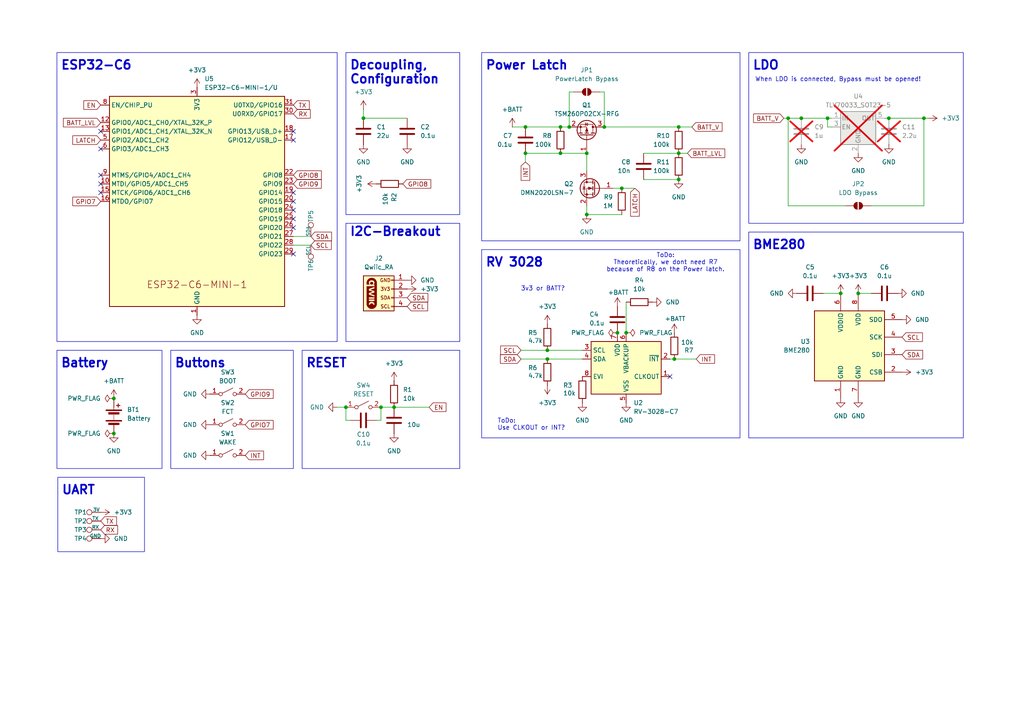
<source format=kicad_sch>
(kicad_sch (version 20250114) (generator "eeschema") (generator_version "9.0")
  (paper "A4")
  (lib_symbols
    (symbol "Connector:TestPoint" (pin_numbers (hide yes)) (pin_names (offset 0.762) (hide yes))
      (property "Reference" "TP" (at 0 6.858 0))
      (property "Value" "TestPoint" (at 0 5.08 0))
      (symbol "TestPoint_1_1"
        (pin passive line (at 0 0 90) (length 2.54) (name "1") (number "1"))
      )
    )
    (symbol "Device:Battery" (pin_numbers (hide yes)) (pin_names (offset 0) (hide yes))
      (property "Reference" "BT" (at 2.54 2.54 0))
      (property "Value" "Battery" (at 2.54 0 0))
      (symbol "Battery_1_1"
        (pin passive line (at 0 5.08 270) (length 2.54) (name "+") (number "1"))
        (pin passive line (at 0 -5.08 90) (length 2.54) (name "-") (number "2"))
      )
    )
    (symbol "Device:C" (pin_numbers (hide yes)) (pin_names (offset 0.254))
      (property "Reference" "C" (at 0.635 2.54 0))
      (property "Value" "C" (at 0.635 -2.54 0))
      (symbol "C_1_1"
        (pin passive line (at 0 3.81 270) (length 2.794) (name "~") (number "1"))
        (pin passive line (at 0 -3.81 90) (length 2.794) (name "~") (number "2"))
      )
    )
    (symbol "Device:R" (pin_numbers (hide yes)) (pin_names (offset 0))
      (property "Reference" "R" (at 2.032 0 90))
      (property "Value" "R" (at 0 0 90))
      (symbol "R_1_1"
        (pin passive line (at 0 3.81 270) (length 1.27) (name "~") (number "1"))
        (pin passive line (at 0 -3.81 90) (length 1.27) (name "~") (number "2"))
      )
    )
    (symbol "Jumper:SolderJumper_2_Open" (pin_numbers (hide yes)) (pin_names (offset 0) (hide yes)) (in_bom no)
      (property "Reference" "JP" (at 0 2.032 0))
      (property "Value" "SolderJumper_2_Open" (at 0 -2.54 0))
      (symbol "SolderJumper_2_Open_1_1"
        (pin passive line (at -3.81 0 0) (length 2.54) (name "A") (number "1"))
        (pin passive line (at 3.81 0 180) (length 2.54) (name "B") (number "2"))
      )
    )
    (symbol "OpenESPTemp:DMN2020LSN-7" (pin_names (offset 0) (hide yes))
      (property "Reference" "Q" (at 5.08 1.905 0))
      (property "Value" "DMN2020LSN-7" (at 5.08 0 0))
      (symbol "DMN2020LSN-7_1_1"
        (pin input line (at -5.08 0 0) (length 2.54) (name "G") (number "1"))
        (pin passive line (at 2.54 5.08 270) (length 2.54) (name "D") (number "3"))
        (pin passive line (at 2.54 -5.08 90) (length 2.54) (name "S") (number "2"))
      )
    )
    (symbol "OpenESPTemp:TSM260P02CX-RFG" (pin_names (hide yes))
      (property "Reference" "Q" (at 5.08 1.905 0))
      (property "Value" "TSM260P02CX-RFG" (at 5.08 0 0))
      (symbol "TSM260P02CX-RFG_1_1"
        (pin input line (at -5.08 0 0) (length 2.54) (name "G") (number "1"))
        (pin passive line (at 2.54 5.08 270) (length 2.54) (name "D") (number "3"))
        (pin passive line (at 2.54 -5.08 90) (length 2.54) (name "S") (number "2"))
      )
    )
    (symbol "PCM_Espressif:ESP32-C6-MINI-1/U"
      (property "Reference" "U" (at -25.4 35.56 0))
      (property "Value" "ESP32-C6-MINI-1/U" (at -25.4 33.02 0))
      (symbol "ESP32-C6-MINI-1/U_0_0"
        (text "ESP32-C6-MINI-1" (at 0 -24.13 0) (effects (font (size 2 2))))
      )
      (symbol "ESP32-C6-MINI-1/U_1_1"
        (pin input line (at -27.94 27.94 0) (length 2.54) (name "EN/CHIP_PU") (number "8"))
        (pin bidirectional line (at -27.94 22.86 0) (length 2.54) (name "GPIO0/ADC1_CH0/XTAL_32K_P") (number "12"))
        (pin bidirectional line (at -27.94 20.32 0) (length 2.54) (name "GPIO1/ADC1_CH1/XTAL_32K_N") (number "13"))
        (pin bidirectional line (at -27.94 17.78 0) (length 2.54) (name "GPIO2/ADC1_CH2") (number "5"))
        (pin bidirectional line (at -27.94 15.24 0) (length 2.54) (name "GPIO3/ADC1_CH3") (number "6"))
        (pin bidirectional line (at -27.94 7.62 0) (length 2.54) (name "MTMS/GPIO4/ADC1_CH4") (number "9"))
        (pin bidirectional line (at -27.94 5.08 0) (length 2.54) (name "MTDI/GPIO5/ADC1_CH5") (number "10"))
        (pin bidirectional line (at -27.94 2.54 0) (length 2.54) (name "MTCK/GPIO6/ADC1_CH6") (number "15"))
        (pin bidirectional line (at -27.94 0 0) (length 2.54) (name "MTDO/GPIO7") (number "16"))
        (pin no_connect line (at -25.4 -5.08 0) (length 2.54) (hide yes) (name "NC") (number "4"))
        (pin no_connect line (at -25.4 -7.62 0) (length 2.54) (hide yes) (name "NC") (number "7"))
        (pin no_connect line (at -25.4 -10.16 0) (length 2.54) (hide yes) (name "NC") (number "21"))
        (pin no_connect line (at -25.4 -12.7 0) (length 2.54) (hide yes) (name "NC") (number "32"))
        (pin no_connect line (at -25.4 -15.24 0) (length 2.54) (hide yes) (name "NC") (number "33"))
        (pin no_connect line (at -25.4 -17.78 0) (length 2.54) (hide yes) (name "NC") (number "34"))
        (pin no_connect line (at -25.4 -20.32 0) (length 2.54) (hide yes) (name "NC") (number "35"))
        (pin power_in line (at 0 33.02 270) (length 2.54) (name "3V3") (number "3"))
        (pin power_in line (at 0 -33.02 90) (length 2.54) (name "GND") (number "1"))
        (pin passive line (at 0 -33.02 90) (length 2.54) (hide yes) (name "GND") (number "11"))
        (pin passive line (at 0 -33.02 90) (length 2.54) (hide yes) (name "GND") (number "14"))
        (pin passive line (at 0 -33.02 90) (length 2.54) (hide yes) (name "GND") (number "2"))
        (pin passive line (at 0 -33.02 90) (length 2.54) (hide yes) (name "GND") (number "36"))
        (pin passive line (at 0 -33.02 90) (length 2.54) (hide yes) (name "GND") (number "37"))
        (pin passive line (at 0 -33.02 90) (length 2.54) (hide yes) (name "GND") (number "38"))
        (pin passive line (at 0 -33.02 90) (length 2.54) (hide yes) (name "GND") (number "39"))
        (pin passive line (at 0 -33.02 90) (length 2.54) (hide yes) (name "GND") (number "40"))
        (pin passive line (at 0 -33.02 90) (length 2.54) (hide yes) (name "GND") (number "41"))
        (pin passive line (at 0 -33.02 90) (length 2.54) (hide yes) (name "GND") (number "42"))
        (pin passive line (at 0 -33.02 90) (length 2.54) (hide yes) (name "GND") (number "43"))
        (pin passive line (at 0 -33.02 90) (length 2.54) (hide yes) (name "GND") (number "44"))
        (pin passive line (at 0 -33.02 90) (length 2.54) (hide yes) (name "GND") (number "45"))
        (pin passive line (at 0 -33.02 90) (length 2.54) (hide yes) (name "GND") (number "46"))
        (pin passive line (at 0 -33.02 90) (length 2.54) (hide yes) (name "GND") (number "47"))
        (pin passive line (at 0 -33.02 90) (length 2.54) (hide yes) (name "GND") (number "48"))
        (pin passive line (at 0 -33.02 90) (length 2.54) (hide yes) (name "GND") (number "49"))
        (pin passive line (at 0 -33.02 90) (length 2.54) (hide yes) (name "GND") (number "50"))
        (pin passive line (at 0 -33.02 90) (length 2.54) (hide yes) (name "GND") (number "51"))
        (pin passive line (at 0 -33.02 90) (length 2.54) (hide yes) (name "GND") (number "52"))
        (pin passive line (at 0 -33.02 90) (length 2.54) (hide yes) (name "GND") (number "53"))
        (pin bidirectional line (at 27.94 27.94 180) (length 2.54) (name "U0TXD/GPIO16") (number "31"))
        (pin bidirectional line (at 27.94 25.4 180) (length 2.54) (name "U0RXD/GPIO17") (number "30"))
        (pin bidirectional line (at 27.94 20.32 180) (length 2.54) (name "GPIO13/USB_D+") (number "18"))
        (pin bidirectional line (at 27.94 17.78 180) (length 2.54) (name "GPIO12/USB_D-") (number "17"))
        (pin bidirectional line (at 27.94 7.62 180) (length 2.54) (name "GPIO8") (number "22"))
        (pin bidirectional line (at 27.94 5.08 180) (length 2.54) (name "GPIO9") (number "23"))
        (pin bidirectional line (at 27.94 2.54 180) (length 2.54) (name "GPIO14") (number "19"))
        (pin bidirectional line (at 27.94 0 180) (length 2.54) (name "GPIO15") (number "20"))
        (pin bidirectional line (at 27.94 -2.54 180) (length 2.54) (name "GPIO18") (number "24"))
        (pin bidirectional line (at 27.94 -5.08 180) (length 2.54) (name "GPIO19") (number "25"))
        (pin bidirectional line (at 27.94 -7.62 180) (length 2.54) (name "GPIO20") (number "26"))
        (pin bidirectional line (at 27.94 -10.16 180) (length 2.54) (name "GPIO21") (number "27"))
        (pin bidirectional line (at 27.94 -12.7 180) (length 2.54) (name "GPIO22") (number "28"))
        (pin bidirectional line (at 27.94 -15.24 180) (length 2.54) (name "GPIO23") (number "29"))
      )
    )
    (symbol "QWIIC:Qwiic_Horizontal" (pin_names (offset 1.016) (hide yes))
      (property "Reference" "J" (at 0 5.08 0))
      (property "Value" "Qwiic_RA" (at 0 -7.62 0))
      (symbol "Qwiic_Horizontal_1_1"
        (text "SCL" (at 1.27 2.54 0) (effects (font (size 1 1))))
        (text "SDA" (at 1.27 0 0) (effects (font (size 1 1))))
        (text "3V3" (at 1.27 -2.54 0) (effects (font (size 1 1))))
        (text "GND" (at 1.27 -5.08 0) (effects (font (size 1 1))))
        (pin passive line (at -5.08 2.54 0) (length 3.81) (name "Pin_4") (number "4"))
        (pin passive line (at -5.08 0 0) (length 3.81) (name "Pin_3") (number "3"))
        (pin passive line (at -5.08 -2.54 0) (length 3.81) (name "Pin_2") (number "2"))
        (pin passive line (at -5.08 -5.08 0) (length 3.81) (name "Pin_1") (number "1"))
        (pin no_connect line (at 5.08 3.81 270) (length 2.54) (hide yes) (name "NC") (number "NC1"))
        (pin no_connect line (at 6.35 3.81 270) (length 2.54) (hide yes) (name "NC") (number "NC2"))
      )
    )
    (symbol "Regulator_Linear:TLV70033_SOT23-5" (pin_names (offset 0.254))
      (property "Reference" "U" (at -3.81 5.715 0))
      (property "Value" "TLV70033_SOT23-5" (at 0 5.715 0))
      (symbol "TLV70033_SOT23-5_1_1"
        (pin power_in line (at -7.62 2.54 0) (length 2.54) (name "IN") (number "1"))
        (pin input line (at -7.62 0 0) (length 2.54) (name "EN") (number "3"))
        (pin power_in line (at 0 -7.62 90) (length 2.54) (name "GND") (number "2"))
        (pin no_connect line (at 5.08 0 180) (length 2.54) (hide yes) (name "NC") (number "4"))
        (pin power_out line (at 7.62 2.54 180) (length 2.54) (name "OUT") (number "5"))
      )
    )
    (symbol "Sensor:BME280"
      (property "Reference" "U" (at -8.89 11.43 0))
      (property "Value" "BME280" (at 7.62 11.43 0))
      (symbol "BME280_1_1"
        (pin power_in line (at -2.54 15.24 270) (length 5.08) (name "VDDIO") (number "6"))
        (pin power_in line (at -2.54 -15.24 90) (length 5.08) (name "GND") (number "1"))
        (pin power_in line (at 2.54 15.24 270) (length 5.08) (name "VDD") (number "8"))
        (pin power_in line (at 2.54 -15.24 90) (length 5.08) (name "GND") (number "7"))
        (pin bidirectional line (at 15.24 7.62 180) (length 5.08) (name "SDO") (number "5"))
        (pin input line (at 15.24 2.54 180) (length 5.08) (name "SCK") (number "4"))
        (pin bidirectional line (at 15.24 -2.54 180) (length 5.08) (name "SDI") (number "3"))
        (pin input line (at 15.24 -7.62 180) (length 5.08) (name "CSB") (number "2"))
      )
    )
    (symbol "Switch:SW_SPST" (pin_names (offset 0) (hide yes))
      (property "Reference" "SW" (at 0 3.175 0))
      (property "Value" "SW_SPST" (at 0 -2.54 0))
      (symbol "SW_SPST_1_1"
        (pin passive line (at -5.08 0 0) (length 2.54) (name "A") (number "1"))
        (pin passive line (at 5.08 0 180) (length 2.54) (name "B") (number "2"))
      )
    )
    (symbol "Timer_RTC:RV-3028-C7"
      (property "Reference" "U" (at -8.89 8.89 0))
      (property "Value" "RV-3028-C7" (at 7.62 8.89 0))
      (symbol "RV-3028-C7_1_1"
        (pin input line (at -12.7 5.08 0) (length 2.54) (name "SCL") (number "3"))
        (pin bidirectional line (at -12.7 2.54 0) (length 2.54) (name "SDA") (number "4"))
        (pin input line (at -12.7 -2.54 0) (length 2.54) (name "EVI") (number "8"))
        (pin power_in line (at -2.54 10.16 270) (length 2.54) (name "VDD") (number "7"))
        (pin power_in line (at 0 10.16 270) (length 2.54) (name "VBACKUP") (number "6"))
        (pin power_in line (at 0 -10.16 90) (length 2.54) (name "VSS") (number "5"))
        (pin open_collector line (at 12.7 2.54 180) (length 2.54) (name "~{INT}") (number "2"))
        (pin output line (at 12.7 -2.54 180) (length 2.54) (name "CLKOUT") (number "1"))
      )
    )
    (symbol "power:+3V3" (power) (pin_numbers (hide yes)) (pin_names (offset 0) (hide yes))
      (property "Value" "+3V3" (at 0 3.556 0))
      (symbol "+3V3_1_1"
        (pin power_in line (at 0 0 90) (length 0) (name "~") (number "1"))
      )
    )
    (symbol "power:+BATT" (power) (pin_numbers (hide yes)) (pin_names (offset 0) (hide yes))
      (property "Value" "+BATT" (at 0 3.556 0))
      (symbol "+BATT_1_1"
        (pin power_in line (at 0 0 90) (length 0) (name "~") (number "1"))
      )
    )
    (symbol "power:GND" (power) (pin_numbers (hide yes)) (pin_names (offset 0) (hide yes))
      (property "Value" "GND" (at 0 -3.81 0))
      (symbol "GND_1_1"
        (pin power_in line (at 0 0 270) (length 0) (name "~") (number "1"))
      )
    )
    (symbol "power:PWR_FLAG" (power) (pin_numbers (hide yes)) (pin_names (offset 0) (hide yes))
      (property "Value" "PWR_FLAG" (at 0 3.81 0))
      (symbol "PWR_FLAG_0_0"
        (pin power_out line (at 0 0 90) (length 0) (name "~") (number "1"))
      )
    )
  )
  (rectangle (start 16.51 101.6) (end 46.99 135.89))
  (rectangle (start 49.53 101.6) (end 85.09 135.89))
  (rectangle (start 100.33 64.77) (end 133.35 99.06))
  (rectangle (start 217.17 15.24) (end 279.4 64.77))
  (rectangle (start 87.63 101.6) (end 133.35 135.89))
  (rectangle (start 16.764 138.43) (end 41.91 160.02))
  (rectangle (start 16.51 15.24) (end 97.79 99.06))
  (rectangle (start 139.7 72.39) (end 214.63 127))
  (rectangle (start 217.17 67.31) (end 279.4 127))
  (rectangle (start 139.7 15.24) (end 214.63 69.85))
  (rectangle (start 100.33 15.24) (end 133.35 62.23))
  (text "Power Latch" (at 140.716 19.05 0) (effects (font (size 2.54 2.54) (thickness 0.508) (bold yes)) (justify left)))
  (text "I2C-Breakout" (at 101.346 67.31 0) (effects (font (size 2.54 2.54) (thickness 0.508) (bold yes)) (justify left)))
  (text "Decoupling, \nConfiguration" (at 101.346 17.526 0) (effects (font (size 2.54 2.54) (thickness 0.508) (bold yes)) (justify left top)))
  (text "ToDo:\nTheoretically, we dont need R7\nbecause of R8 on the Power latch." (at 193.04 76.2 0) (effects (font (size 1.27 1.27))))
  (text "RV 3028" (at 140.716 76.2 0) (effects (font (size 2.54 2.54) (thickness 0.508) (bold yes)) (justify left)))
  (text "When LDO is connected, Bypass must be opened!" (at 243.078 23.114 0) (effects (font (size 1.27 1.27))))
  (text "ESP32-C6" (at 17.526 19.05 0) (effects (font (size 2.54 2.54) (thickness 0.508) (bold yes)) (justify left)))
  (text "LDO" (at 218.186 19.05 0) (effects (font (size 2.54 2.54) (thickness 0.508) (bold yes)) (justify left)))
  (text "Buttons" (at 50.546 105.41 0) (effects (font (size 2.54 2.54) (thickness 0.508) (bold yes)) (justify left)))
  (text "BME280" (at 218.186 71.12 0) (effects (font (size 2.54 2.54) (thickness 0.508) (bold yes)) (justify left)))
  (text "RESET" (at 88.646 105.41 0) (effects (font (size 2.54 2.54) (thickness 0.508) (bold yes)) (justify left)))
  (text "Battery" (at 17.526 105.41 0) (effects (font (size 2.54 2.54) (thickness 0.508) (bold yes)) (justify left)))
  (text "ToDo:\nUse CLKOUT or INT?" (at 144.272 123.19 0) (effects (font (size 1.27 1.27)) (justify left)))
  (text "UART" (at 17.78 142.24 0) (effects (font (size 2.54 2.54) (thickness 0.508) (bold yes)) (justify left)))
  (text "3v3 or BATT?" (at 157.48 83.82 0) (effects (font (size 1.27 1.27))))
  (junction (at 196.85 44.45))
  (junction (at 170.18 44.45))
  (junction (at 170.18 62.23))
  (junction (at 165.1 36.83))
  (junction (at 162.56 44.45))
  (junction (at 196.85 52.07))
  (junction (at 175.26 36.83))
  (junction (at 100.33 118.11))
  (junction (at 195.58 104.14))
  (junction (at 158.75 101.6))
  (junction (at 152.4 36.83))
  (junction (at 179.07 96.52))
  (junction (at 232.41 34.29))
  (junction (at 228.6 34.29))
  (junction (at 257.81 34.29))
  (junction (at 196.85 36.83))
  (junction (at 105.41 34.29))
  (junction (at 158.75 104.14))
  (junction (at 267.97 34.29))
  (junction (at 33.02 125.73))
  (junction (at 33.02 115.57))
  (junction (at 114.3 118.11))
  (junction (at 248.92 85.09))
  (junction (at 152.4 44.45))
  (junction (at 243.84 85.09))
  (junction (at 110.49 118.11))
  (junction (at 181.61 96.52))
  (junction (at 180.34 54.61))
  (junction (at 162.56 36.83))
  (junction (at 240.03 34.29))
  (no_connect (at 85.09 66.04))
  (no_connect (at 29.21 50.8))
  (no_connect (at 29.21 43.18))
  (no_connect (at 85.09 55.88))
  (no_connect (at 85.09 38.1))
  (no_connect (at 194.31 109.22))
  (no_connect (at 85.09 40.64))
  (no_connect (at 85.09 73.66))
  (no_connect (at 85.09 58.42))
  (no_connect (at 85.09 60.96))
  (no_connect (at 29.21 55.88))
  (no_connect (at 85.09 63.5))
  (no_connect (at 29.21 53.34))
  (no_connect (at 29.21 38.1))
  (wire (pts (xy 173.99 26.67) (xy 175.26 26.67)))
  (wire (pts (xy 195.58 104.14) (xy 194.31 104.14)))
  (wire (pts (xy 105.41 34.29) (xy 105.41 31.75)))
  (wire (pts (xy 175.26 26.67) (xy 175.26 36.83)))
  (wire (pts (xy 152.4 46.99) (xy 152.4 44.45)))
  (wire (pts (xy 101.6 121.92) (xy 100.33 121.92)))
  (wire (pts (xy 110.49 121.92) (xy 110.49 118.11)))
  (wire (pts (xy 168.91 104.14) (xy 158.75 104.14)))
  (wire (pts (xy 170.18 44.45) (xy 162.56 44.45)))
  (wire (pts (xy 165.1 26.67) (xy 165.1 36.83)))
  (wire (pts (xy 184.15 54.61) (xy 180.34 54.61)))
  (wire (pts (xy 232.41 34.29) (xy 240.03 34.29)))
  (wire (pts (xy 175.26 36.83) (xy 196.85 36.83)))
  (wire (pts (xy 90.17 71.12) (xy 85.09 71.12)))
  (wire (pts (xy 199.39 44.45) (xy 196.85 44.45)))
  (wire (pts (xy 196.85 52.07) (xy 186.69 52.07)))
  (wire (pts (xy 170.18 59.69) (xy 170.18 62.23)))
  (wire (pts (xy 238.76 85.09) (xy 243.84 85.09)))
  (wire (pts (xy 162.56 44.45) (xy 152.4 44.45)))
  (wire (pts (xy 109.22 121.92) (xy 110.49 121.92)))
  (wire (pts (xy 110.49 118.11) (xy 114.3 118.11)))
  (wire (pts (xy 257.81 34.29) (xy 267.97 34.29)))
  (wire (pts (xy 166.37 26.67) (xy 165.1 26.67)))
  (wire (pts (xy 240.03 34.29) (xy 241.3 34.29)))
  (wire (pts (xy 152.4 36.83) (xy 148.59 36.83)))
  (wire (pts (xy 180.34 54.61) (xy 177.8 54.61)))
  (wire (pts (xy 252.73 59.69) (xy 267.97 59.69)))
  (wire (pts (xy 200.66 36.83) (xy 196.85 36.83)))
  (wire (pts (xy 248.92 85.09) (xy 252.73 85.09)))
  (wire (pts (xy 267.97 59.69) (xy 267.97 34.29)))
  (wire (pts (xy 256.54 34.29) (xy 257.81 34.29)))
  (wire (pts (xy 97.79 118.11) (xy 100.33 118.11)))
  (wire (pts (xy 114.3 118.11) (xy 124.46 118.11)))
  (wire (pts (xy 105.41 34.29) (xy 118.11 34.29)))
  (wire (pts (xy 181.61 87.63) (xy 181.61 96.52)))
  (wire (pts (xy 165.1 36.83) (xy 162.56 36.83)))
  (wire (pts (xy 228.6 59.69) (xy 228.6 34.29)))
  (wire (pts (xy 151.13 101.6) (xy 158.75 101.6)))
  (wire (pts (xy 162.56 36.83) (xy 152.4 36.83)))
  (wire (pts (xy 201.93 104.14) (xy 195.58 104.14)))
  (wire (pts (xy 240.03 36.83) (xy 240.03 34.29)))
  (wire (pts (xy 170.18 62.23) (xy 180.34 62.23)))
  (wire (pts (xy 100.33 121.92) (xy 100.33 118.11)))
  (wire (pts (xy 158.75 101.6) (xy 168.91 101.6)))
  (wire (pts (xy 196.85 44.45) (xy 186.69 44.45)))
  (wire (pts (xy 245.11 59.69) (xy 228.6 59.69)))
  (wire (pts (xy 241.3 36.83) (xy 240.03 36.83)))
  (wire (pts (xy 227.33 34.29) (xy 228.6 34.29)))
  (wire (pts (xy 90.17 68.58) (xy 85.09 68.58)))
  (wire (pts (xy 228.6 34.29) (xy 232.41 34.29)))
  (wire (pts (xy 170.18 44.45) (xy 170.18 49.53)))
  (wire (pts (xy 151.13 104.14) (xy 158.75 104.14)))
  (wire (pts (xy 267.97 34.29) (xy 269.24 34.29)))
  (global_label "GPIO7" (shape input) (at 29.21 58.42 180) (property "Intersheetrefs" "${INTERSHEET_REFS}" (effects (hide yes))))
  (global_label "TX" (shape input) (at 29.21 151.13 0) (property "Intersheetrefs" "${INTERSHEET_REFS}" (effects (hide yes))))
  (global_label "GPIO7" (shape input) (at 71.12 123.19 0) (property "Intersheetrefs" "${INTERSHEET_REFS}" (effects (hide yes))))
  (global_label "GPIO9" (shape input) (at 85.09 53.34 0) (property "Intersheetrefs" "${INTERSHEET_REFS}" (effects (hide yes))))
  (global_label "LATCH" (shape input) (at 29.21 40.64 180) (property "Intersheetrefs" "${INTERSHEET_REFS}" (effects (hide yes))))
  (global_label "SDA" (shape input) (at 261.62 102.87 0) (property "Intersheetrefs" "${INTERSHEET_REFS}" (effects (hide yes))))
  (global_label "SCL" (shape input) (at 261.62 97.79 0) (property "Intersheetrefs" "${INTERSHEET_REFS}" (effects (hide yes))))
  (global_label "SCL" (shape input) (at 151.13 101.6 180) (property "Intersheetrefs" "${INTERSHEET_REFS}" (effects (hide yes))))
  (global_label "TX" (shape input) (at 85.09 30.48 0) (property "Intersheetrefs" "${INTERSHEET_REFS}" (effects (hide yes))))
  (global_label "SCL" (shape input) (at 90.17 71.12 0) (property "Intersheetrefs" "${INTERSHEET_REFS}" (effects (hide yes))))
  (global_label "BATT_LVL" (shape input) (at 29.21 35.56 180) (property "Intersheetrefs" "${INTERSHEET_REFS}" (effects (hide yes))))
  (global_label "GPIO8" (shape input) (at 85.09 50.8 0) (property "Intersheetrefs" "${INTERSHEET_REFS}" (effects (hide yes))))
  (global_label "EN" (shape input) (at 29.21 30.48 180) (property "Intersheetrefs" "${INTERSHEET_REFS}" (effects (hide yes))))
  (global_label "SCL" (shape input) (at 118.11 88.9 0) (property "Intersheetrefs" "${INTERSHEET_REFS}" (effects (hide yes))))
  (global_label "INT" (shape input) (at 71.12 132.08 0) (property "Intersheetrefs" "${INTERSHEET_REFS}" (effects (hide yes))))
  (global_label "GPIO9" (shape input) (at 71.12 114.3 0) (property "Intersheetrefs" "${INTERSHEET_REFS}" (effects (hide yes))))
  (global_label "RX" (shape input) (at 85.09 33.02 0) (property "Intersheetrefs" "${INTERSHEET_REFS}" (effects (hide yes))))
  (global_label "SDA" (shape input) (at 90.17 68.58 0) (property "Intersheetrefs" "${INTERSHEET_REFS}" (effects (hide yes))))
  (global_label "SDA" (shape input) (at 118.11 86.36 0) (property "Intersheetrefs" "${INTERSHEET_REFS}" (effects (hide yes))))
  (global_label "RX" (shape input) (at 29.21 153.67 0) (property "Intersheetrefs" "${INTERSHEET_REFS}" (effects (hide yes))))
  (global_label "INT" (shape input) (at 201.93 104.14 0) (property "Intersheetrefs" "${INTERSHEET_REFS}" (effects (hide yes))))
  (global_label "INT" (shape input) (at 152.4 46.99 270) (property "Intersheetrefs" "${INTERSHEET_REFS}" (effects (hide yes))))
  (global_label "BATT_V" (shape input) (at 227.33 34.29 180) (property "Intersheetrefs" "${INTERSHEET_REFS}" (effects (hide yes))))
  (global_label "EN" (shape input) (at 124.46 118.11 0) (property "Intersheetrefs" "${INTERSHEET_REFS}" (effects (hide yes))))
  (global_label "BATT_V" (shape input) (at 200.66 36.83 0) (property "Intersheetrefs" "${INTERSHEET_REFS}" (effects (hide yes))))
  (global_label "GPIO8" (shape input) (at 116.84 53.34 0) (property "Intersheetrefs" "${INTERSHEET_REFS}" (effects (hide yes))))
  (global_label "BATT_LVL" (shape input) (at 199.39 44.45 0) (property "Intersheetrefs" "${INTERSHEET_REFS}" (effects (hide yes))))
  (global_label "LATCH" (shape input) (at 184.15 54.61 270) (property "Intersheetrefs" "${INTERSHEET_REFS}" (effects (hide yes))))
  (global_label "SDA" (shape input) (at 151.13 104.14 180) (property "Intersheetrefs" "${INTERSHEET_REFS}" (effects (hide yes))))
  (symbol (lib_id "Device:R") (at 196.85 40.64 0) (mirror y) (unit 1)
    (property "Reference" "R10" (at 194.31 39.3699 0) (effects (justify left)))
    (property "Value" "100k" (at 194.31 41.9099 0) (effects (justify left)))
    (property "Footprint" "Resistor_SMD:R_0603_1608Metric" (effects (hide yes)))
    (property "Description" "Resistor" (effects (hide yes)))
    (property "MFR" "MCT06030C1003FP500" (effects (hide yes)))
  )
  (symbol (lib_id "power:+3V3") (at 158.75 93.98 0) (unit 1)
    (property "Reference" "#PWR028" (effects (hide yes)))
    (property "Value" "+3V3" (at 158.75 88.9 0))
    (property "Description" "Power symbol creates a global label with name \"+3V3\"" (effects (hide yes)))
  )
  (symbol (lib_id "power:GND") (at 257.81 41.91 0) (unit 1)
    (property "Reference" "#PWR038" (effects (hide yes)))
    (property "Value" "GND" (at 257.81 46.99 0))
    (property "Description" "Power symbol creates a global label with name \"GND\" , ground" (effects (hide yes)))
  )
  (symbol (lib_id "Device:R") (at 180.34 58.42 0) (mirror y) (unit 1)
    (property "Reference" "R9" (at 177.8 57.1499 0) (effects (justify left)))
    (property "Value" "1M" (at 177.8 59.6899 0) (effects (justify left)))
    (property "Footprint" "Resistor_SMD:R_0603_1608Metric" (effects (hide yes)))
    (property "Description" "Resistor" (effects (hide yes)))
    (property "MFR" "CRCW06031M00FKEA" (effects (hide yes)))
  )
  (symbol (lib_id "power:PWR_FLAG") (at 33.02 115.57 90) (unit 1)
    (property "Reference" "#FLG01" (effects (hide yes)))
    (property "Value" "PWR_FLAG" (at 29.21 115.5699 90) (effects (justify left)))
    (property "Description" "Special symbol for telling ERC where power comes from" (effects (hide yes)))
  )
  (symbol (lib_id "Device:R") (at 168.91 113.03 0) (unit 1)
    (property "Reference" "R3" (at 163.322 111.76 0) (effects (justify left)))
    (property "Value" "10k" (at 163.322 114.046 0) (effects (justify left)))
    (property "Footprint" "Resistor_SMD:R_0603_1608Metric" (effects (hide yes)))
    (property "Description" "Resistor" (effects (hide yes)))
    (property "MFR" "MCT06030C1002FPW00" (effects (hide yes)))
  )
  (symbol (lib_id "power:+BATT") (at 33.02 115.57 0) (unit 1)
    (property "Reference" "#PWR012" (effects (hide yes)))
    (property "Value" "+BATT" (at 33.02 110.49 0))
    (property "Description" "Power symbol creates a global label with name \"+BATT\"" (effects (hide yes)))
  )
  (symbol (lib_id "power:GND") (at 60.96 123.19 270) (unit 1)
    (property "Reference" "#PWR015" (effects (hide yes)))
    (property "Value" "GND" (at 57.15 123.1899 90) (effects (justify right)))
    (property "Description" "Power symbol creates a global label with name \"GND\" , ground" (effects (hide yes)))
  )
  (symbol (lib_id "Device:R") (at 114.3 114.3 0) (unit 1)
    (property "Reference" "R1" (at 116.84 113.0299 0) (effects (justify left)))
    (property "Value" "10k" (at 116.84 115.5699 0) (effects (justify left)))
    (property "Footprint" "Resistor_SMD:R_0603_1608Metric" (effects (hide yes)))
    (property "Description" "Resistor" (effects (hide yes)))
    (property "MFR" "MCT06030C1002FPW00" (effects (hide yes)))
  )
  (symbol (lib_id "Connector:TestPoint") (at 29.21 148.59 90) (unit 1)
    (property "Reference" "TP1" (at 23.368 148.59 90))
    (property "Value" "3V" (at 27.94 147.828 90) (effects (font (size 1.016 1.016))))
    (property "Footprint" "TestPoint:TestPoint_Pad_D1.5mm" (effects (hide yes)))
    (property "Description" "test point" (effects (hide yes)))
  )
  (symbol (lib_id "power:PWR_FLAG") (at 179.07 96.52 90) (unit 1)
    (property "Reference" "#FLG05" (effects (hide yes)))
    (property "Value" "PWR_FLAG" (at 175.26 96.5199 90) (effects (justify left)))
    (property "Description" "Special symbol for telling ERC where power comes from" (effects (hide yes)))
  )
  (symbol (lib_id "Device:C") (at 118.11 38.1 0) (unit 1)
    (property "Reference" "C2" (at 121.92 36.8299 0) (effects (justify left)))
    (property "Value" "0.1u" (at 121.92 39.3699 0) (effects (justify left)))
    (property "Footprint" "Capacitor_SMD:C_0603_1608Metric" (effects (hide yes)))
    (property "Description" "Unpolarized capacitor" (effects (hide yes)))
    (property "MFR" "CL10B104KB8NNNC" (effects (hide yes)))
  )
  (symbol (lib_id "Device:C") (at 105.41 38.1 0) (unit 1)
    (property "Reference" "C1" (at 109.22 36.8299 0) (effects (justify left)))
    (property "Value" "22u" (at 109.22 39.3699 0) (effects (justify left)))
    (property "Footprint" "Capacitor_SMD:C_0603_1608Metric" (effects (hide yes)))
    (property "Description" "Unpolarized capacitor" (effects (hide yes)))
    (property "MFR" "GRM188R61A226ME15D" (effects (hide yes)))
  )
  (symbol (lib_id "Connector:TestPoint") (at 29.21 151.13 90) (unit 1)
    (property "Reference" "TP2" (at 23.368 151.13 90))
    (property "Value" "TX" (at 27.686 150.368 90) (effects (font (size 1.016 1.016))))
    (property "Footprint" "TestPoint:TestPoint_Pad_D1.5mm" (effects (hide yes)))
    (property "Description" "test point" (effects (hide yes)))
  )
  (symbol (lib_id "power:+3V3") (at 114.3 110.49 0) (unit 1)
    (property "Reference" "#PWR06" (effects (hide yes)))
    (property "Value" "+3V3" (at 114.3 105.41 0))
    (property "Description" "Power symbol creates a global label with name \"+3V3\"" (effects (hide yes)))
  )
  (symbol (lib_id "power:+3V3") (at 105.41 31.75 0) (unit 1)
    (property "Reference" "#PWR03" (effects (hide yes)))
    (property "Value" "+3V3" (at 105.41 26.67 0))
    (property "Description" "Power symbol creates a global label with name \"+3V3\"" (effects (hide yes)))
  )
  (symbol (lib_id "Device:C") (at 257.81 38.1 0) (unit 1) (dnp yes)
    (property "Reference" "C11" (at 261.62 36.8299 0) (effects (justify left)))
    (property "Value" "2.2u" (at 261.62 39.3699 0) (effects (justify left)))
    (property "Footprint" "Capacitor_SMD:C_0603_1608Metric" (effects (hide yes)))
    (property "Description" "Unpolarized capacitor" (effects (hide yes)))
    (property "MFR" "CL10A225KO8NNNC" (effects (hide yes)))
  )
  (symbol (lib_id "power:GND") (at 29.21 156.21 90) (unit 1)
    (property "Reference" "#PWR010" (effects (hide yes)))
    (property "Value" "GND" (at 33.02 156.2099 90) (effects (justify right)))
    (property "Description" "Power symbol creates a global label with name \"GND\" , ground" (effects (hide yes)))
  )
  (symbol (lib_id "Timer_RTC:RV-3028-C7") (at 181.61 106.68 0) (unit 1)
    (property "Reference" "U2" (at 183.7533 116.84 0) (effects (justify left)))
    (property "Value" "RV-3028-C7" (at 183.7533 119.38 0) (effects (justify left)))
    (property "Footprint" "rv3028-c7:MicroCrystal_C7_SON-8_1.5x3.2mm_P0.9mm" (effects (hide yes)))
    (property "Datasheet" "https://www.microcrystal.com/fileadmin/Media/Products/RTC/Datasheet/RV-3028-C7.pdf" (effects (hide yes)))
    (property "Description" "Realtime Clock/Calendar I2C Interface, Extreme Low Power, 1.1 V to 5.5 V, MicroCrystal C7" (effects (hide yes)))
    (property "MFR" "RV-3028-C7 32.768kHz 1ppm TA QC" (effects (hide yes)))
  )
  (symbol (lib_id "power:GND") (at 231.14 85.09 270) (unit 1)
    (property "Reference" "#PWR025" (effects (hide yes)))
    (property "Value" "GND" (at 227.33 85.0899 90) (effects (justify right)))
    (property "Description" "Power symbol creates a global label with name \"GND\" , ground" (effects (hide yes)))
  )
  (symbol (lib_id "power:GND") (at 60.96 114.3 270) (unit 1)
    (property "Reference" "#PWR013" (effects (hide yes)))
    (property "Value" "GND" (at 57.15 114.2999 90) (effects (justify right)))
    (property "Description" "Power symbol creates a global label with name \"GND\" , ground" (effects (hide yes)))
  )
  (symbol (lib_id "Device:R") (at 162.56 40.64 0) (mirror y) (unit 1)
    (property "Reference" "R8" (at 160.02 39.3699 0) (effects (justify left)))
    (property "Value" "100k" (at 160.02 41.9099 0) (effects (justify left)))
    (property "Footprint" "Resistor_SMD:R_0603_1608Metric" (effects (hide yes)))
    (property "Description" "Resistor" (effects (hide yes)))
    (property "MFR" "MCT06030C1003FP500" (effects (hide yes)))
  )
  (symbol (lib_id "power:+3V3") (at 29.21 148.59 270) (unit 1)
    (property "Reference" "#PWR09" (effects (hide yes)))
    (property "Value" "+3V3" (at 33.02 148.5899 90) (effects (justify left)))
    (property "Description" "Power symbol creates a global label with name \"+3V3\"" (effects (hide yes)))
  )
  (symbol (lib_id "OpenESPTemp:DMN2020LSN-7") (at 172.72 54.61 0) (mirror y) (unit 1)
    (property "Reference" "Q2" (at 166.37 53.3399 0) (effects (justify left)))
    (property "Value" "DMN2020LSN-7" (at 166.37 55.8799 0) (effects (justify left)))
    (property "Footprint" "Package_TO_SOT_SMD:SOT-23" (effects (hide yes)))
    (property "Datasheet" "https://www.diodes.com/assets/Datasheets/ds31946.pdf" (effects (hide yes)))
    (property "Description" "MOSFET N-CH 20V 6.9A SOT-23-3" (effects (hide yes)))
    (property "MFR" "DMN2020LSN-7" (effects (hide yes)))
  )
  (symbol (lib_id "power:GND") (at 189.23 87.63 90) (unit 1)
    (property "Reference" "#PWR017" (effects (hide yes)))
    (property "Value" "GND" (at 193.04 87.6299 90) (effects (justify right)))
    (property "Description" "Power symbol creates a global label with name \"GND\" , ground" (effects (hide yes)))
  )
  (symbol (lib_id "Device:R") (at 158.75 107.95 0) (unit 1)
    (property "Reference" "R6" (at 153.162 106.68 0) (effects (justify left)))
    (property "Value" "4.7k" (at 153.162 108.966 0) (effects (justify left)))
    (property "Footprint" "Resistor_SMD:R_0603_1608Metric" (effects (hide yes)))
    (property "Description" "Resistor" (effects (hide yes)))
    (property "MFR" "MCT06030C4701FP500" (effects (hide yes)))
  )
  (symbol (lib_id "Jumper:SolderJumper_2_Open") (at 170.18 26.67 0) (unit 1) (in_bom no)
    (property "Reference" "JP1" (at 170.18 20.32 0))
    (property "Value" "PowerLatch Bypass" (at 170.18 22.86 0))
    (property "Footprint" "Jumper:SolderJumper-2_P1.3mm_Open_RoundedPad1.0x1.5mm" (effects (hide yes)))
    (property "Description" "Solder Jumper, 2-pole, open" (effects (hide yes)))
  )
  (symbol (lib_id "power:+BATT") (at 195.58 96.52 0) (unit 1)
    (property "Reference" "#PWR030" (effects (hide yes)))
    (property "Value" "+BATT" (at 192.786 92.456 0) (effects (justify left)))
    (property "Description" "Power symbol creates a global label with name \"+BATT\"" (effects (hide yes)))
  )
  (symbol (lib_id "OpenESPTemp:TSM260P02CX-RFG") (at 170.18 39.37 270) (mirror x) (unit 1)
    (property "Reference" "Q1" (at 170.18 30.48 90))
    (property "Value" "TSM260P02CX-RFG" (at 170.18 33.02 90))
    (property "Footprint" "Package_TO_SOT_SMD:SOT-23" (effects (hide yes)))
    (property "Datasheet" "https://services.taiwansemi.com/storage/resources/datasheet/TSM260P02CX_A2312.pdf" (effects (hide yes)))
    (property "Description" "-20V, -6.5A, SINGLE P-CHANNEL PO, SOT-23" (effects (hide yes)))
    (property "MFR" "TSM260P02CX RFG" (effects (hide yes)))
  )
  (symbol (lib_id "power:+3V3") (at 57.15 25.4 0) (unit 1)
    (property "Reference" "#PWR01" (effects (hide yes)))
    (property "Value" "+3V3" (at 57.15 20.32 0))
    (property "Description" "Power symbol creates a global label with name \"+3V3\"" (effects (hide yes)))
  )
  (symbol (lib_id "power:+3V3") (at 109.22 53.34 90) (unit 1)
    (property "Reference" "#PWR08" (effects (hide yes)))
    (property "Value" "+3V3" (at 104.14 53.34 0))
    (property "Description" "Power symbol creates a global label with name \"+3V3\"" (effects (hide yes)))
  )
  (symbol (lib_id "power:GND") (at 118.11 81.28 90) (unit 1)
    (property "Reference" "#PWR039" (effects (hide yes)))
    (property "Value" "GND" (at 121.92 81.2799 90) (effects (justify right)))
    (property "Description" "Power symbol creates a global label with name \"GND\" , ground" (effects (hide yes)))
  )
  (symbol (lib_id "Regulator_Linear:TLV70033_SOT23-5") (at 248.92 36.83 0) (unit 1) (dnp yes)
    (property "Reference" "U4" (at 248.92 27.94 0))
    (property "Value" "TLV70033_SOT23-5" (at 248.92 30.48 0))
    (property "Footprint" "Package_TO_SOT_SMD:SOT-23-5" (effects (hide yes)))
    (property "Datasheet" "http://www.ti.com/lit/ds/symlink/tlv700.pdf" (effects (hide yes)))
    (property "Description" "200mA Low Dropout Voltage Regulator, Fixed Output 3.3V, SOT-23-5" (effects (hide yes)))
    (property "MFR" "TLV70033_SOT23-5" (effects (hide yes)))
  )
  (symbol (lib_id "Switch:SW_SPST") (at 105.41 118.11 0) (unit 1)
    (property "Reference" "SW4" (at 105.41 111.76 0))
    (property "Value" "RESET" (at 105.41 114.3 0))
    (property "Footprint" "Button_Switch_SMD:SW_SPST_B3U-1000P" (effects (hide yes)))
    (property "Description" "Single Pole Single Throw (SPST) switch" (effects (hide yes)))
    (property "MFR" "B3U-1000P" (effects (hide yes)))
  )
  (symbol (lib_id "power:GND") (at 196.85 52.07 0) (mirror y) (unit 1)
    (property "Reference" "#PWR034" (effects (hide yes)))
    (property "Value" "GND" (at 196.85 57.15 0))
    (property "Description" "Power symbol creates a global label with name \"GND\" , ground" (effects (hide yes)))
  )
  (symbol (lib_id "power:GND") (at 232.41 41.91 0) (unit 1)
    (property "Reference" "#PWR037" (effects (hide yes)))
    (property "Value" "GND" (at 232.41 46.99 0))
    (property "Description" "Power symbol creates a global label with name \"GND\" , ground" (effects (hide yes)))
  )
  (symbol (lib_id "Device:C") (at 256.54 85.09 90) (unit 1)
    (property "Reference" "C6" (at 256.54 77.47 90))
    (property "Value" "0.1u" (at 256.54 80.01 90))
    (property "Footprint" "Capacitor_SMD:C_0603_1608Metric" (effects (hide yes)))
    (property "Description" "Unpolarized capacitor" (effects (hide yes)))
    (property "MFR" "CL10B104KB8NNNC" (effects (hide yes)))
  )
  (symbol (lib_id "Switch:SW_SPST") (at 66.04 123.19 0) (unit 1)
    (property "Reference" "SW2" (at 66.04 116.84 0))
    (property "Value" "FCT" (at 66.04 119.38 0))
    (property "Footprint" "Button_Switch_SMD:SW_SPST_B3U-1000P" (effects (hide yes)))
    (property "Description" "Single Pole Single Throw (SPST) switch" (effects (hide yes)))
    (property "MFR" "B3U-1000P" (effects (hide yes)))
  )
  (symbol (lib_id "power:+3V3") (at 158.75 111.76 180) (unit 1)
    (property "Reference" "#PWR029" (effects (hide yes)))
    (property "Value" "+3V3" (at 158.75 116.84 0))
    (property "Description" "Power symbol creates a global label with name \"+3V3\"" (effects (hide yes)))
  )
  (symbol (lib_id "power:GND") (at 97.79 118.11 270) (unit 1)
    (property "Reference" "#PWR014" (effects (hide yes)))
    (property "Value" "GND" (at 93.98 118.1099 90) (effects (justify right)))
    (property "Description" "Power symbol creates a global label with name \"GND\" , ground" (effects (hide yes)))
  )
  (symbol (lib_id "power:GND") (at 57.15 91.44 0) (unit 1)
    (property "Reference" "#PWR02" (effects (hide yes)))
    (property "Value" "GND" (at 57.15 96.52 0))
    (property "Description" "Power symbol creates a global label with name \"GND\" , ground" (effects (hide yes)))
  )
  (symbol (lib_id "Connector:TestPoint") (at 90.17 71.12 180) (unit 1)
    (property "Reference" "TP6" (at 90.17 76.962 90))
    (property "Value" "SCL" (at 89.408 72.644 90) (effects (font (size 1.016 1.016))))
    (property "Footprint" "TestPoint:TestPoint_Pad_D1.5mm" (effects (hide yes)))
    (property "Description" "test point" (effects (hide yes)))
  )
  (symbol (lib_id "power:GND") (at 168.91 116.84 0) (unit 1)
    (property "Reference" "#PWR016" (effects (hide yes)))
    (property "Value" "GND" (at 168.91 121.92 0))
    (property "Description" "Power symbol creates a global label with name \"GND\" , ground" (effects (hide yes)))
  )
  (symbol (lib_id "power:GND") (at 260.35 85.09 90) (unit 1)
    (property "Reference" "#PWR024" (effects (hide yes)))
    (property "Value" "GND" (at 264.16 85.0899 90) (effects (justify right)))
    (property "Description" "Power symbol creates a global label with name \"GND\" , ground" (effects (hide yes)))
  )
  (symbol (lib_id "power:+3V3") (at 261.62 107.95 270) (unit 1)
    (property "Reference" "#PWR021" (effects (hide yes)))
    (property "Value" "+3V3" (at 265.43 107.9499 90) (effects (justify left)))
    (property "Description" "Power symbol creates a global label with name \"+3V3\"" (effects (hide yes)))
  )
  (symbol (lib_id "power:GND") (at 170.18 62.23 0) (mirror y) (unit 1)
    (property "Reference" "#PWR032" (effects (hide yes)))
    (property "Value" "GND" (at 170.18 67.31 0))
    (property "Description" "Power symbol creates a global label with name \"GND\" , ground" (effects (hide yes)))
  )
  (symbol (lib_id "Device:C") (at 179.07 92.71 180) (unit 1)
    (property "Reference" "C4" (at 170.942 91.186 0) (effects (justify right)))
    (property "Value" "0.1u" (at 170.942 93.726 0) (effects (justify right)))
    (property "Footprint" "Capacitor_SMD:C_0603_1608Metric" (effects (hide yes)))
    (property "Description" "Unpolarized capacitor" (effects (hide yes)))
    (property "MFR" "CL10B104KB8NNNC" (effects (hide yes)))
  )
  (symbol (lib_id "Device:R") (at 185.42 87.63 90) (unit 1)
    (property "Reference" "R4" (at 185.42 81.28 90))
    (property "Value" "10k" (at 185.42 83.82 90))
    (property "Footprint" "Resistor_SMD:R_0603_1608Metric" (effects (hide yes)))
    (property "Description" "Resistor" (effects (hide yes)))
    (property "MFR" "MCT06030C1002FPW00" (effects (hide yes)))
  )
  (symbol (lib_id "Device:R") (at 196.85 48.26 0) (mirror y) (unit 1)
    (property "Reference" "R11" (at 194.31 46.9899 0) (effects (justify left)))
    (property "Value" "100k" (at 194.31 49.5299 0) (effects (justify left)))
    (property "Footprint" "Resistor_SMD:R_0603_1608Metric" (effects (hide yes)))
    (property "Description" "Resistor" (effects (hide yes)))
    (property "MFR" "MCT06030C1003FP500" (effects (hide yes)))
  )
  (symbol (lib_id "Switch:SW_SPST") (at 66.04 114.3 0) (unit 1)
    (property "Reference" "SW3" (at 66.04 107.95 0))
    (property "Value" "BOOT" (at 66.04 110.49 0))
    (property "Footprint" "Button_Switch_SMD:SW_SPST_B3U-1000P" (effects (hide yes)))
    (property "Description" "Single Pole Single Throw (SPST) switch" (effects (hide yes)))
    (property "MFR" "B3U-1000P" (effects (hide yes)))
  )
  (symbol (lib_id "power:GND") (at 60.96 132.08 270) (unit 1)
    (property "Reference" "#PWR041" (effects (hide yes)))
    (property "Value" "GND" (at 57.15 132.0799 90) (effects (justify right)))
    (property "Description" "Power symbol creates a global label with name \"GND\" , ground" (effects (hide yes)))
  )
  (symbol (lib_id "Switch:SW_SPST") (at 66.04 132.08 0) (unit 1)
    (property "Reference" "SW1" (at 66.04 125.73 0))
    (property "Value" "WAKE" (at 66.04 128.27 0))
    (property "Footprint" "Button_Switch_SMD:SW_SPST_B3U-1000P" (effects (hide yes)))
    (property "Description" "Single Pole Single Throw (SPST) switch" (effects (hide yes)))
    (property "MFR" "B3U-1000P" (effects (hide yes)))
  )
  (symbol (lib_id "power:+3V3") (at 118.11 83.82 270) (unit 1)
    (property "Reference" "#PWR040" (effects (hide yes)))
    (property "Value" "+3V3" (at 121.92 83.8199 90) (effects (justify left)))
    (property "Description" "Power symbol creates a global label with name \"+3V3\"" (effects (hide yes)))
  )
  (symbol (lib_id "Device:C") (at 232.41 38.1 0) (unit 1) (dnp yes)
    (property "Reference" "C9" (at 236.22 36.8299 0) (effects (justify left)))
    (property "Value" "1u" (at 236.22 39.3699 0) (effects (justify left)))
    (property "Footprint" "Capacitor_SMD:C_0603_1608Metric" (effects (hide yes)))
    (property "Description" "Unpolarized capacitor" (effects (hide yes)))
    (property "MFR" "CL10A105KB8NNNC" (effects (hide yes)))
  )
  (symbol (lib_id "Jumper:SolderJumper_2_Open") (at 248.92 59.69 0) (unit 1) (in_bom no)
    (property "Reference" "JP2" (at 248.92 53.34 0))
    (property "Value" "LDO Bypass" (at 248.92 55.88 0))
    (property "Footprint" "Jumper:SolderJumper-2_P1.3mm_Open_RoundedPad1.0x1.5mm" (effects (hide yes)))
    (property "Description" "Solder Jumper, 2-pole, open" (effects (hide yes)))
  )
  (symbol (lib_id "Device:C") (at 114.3 121.92 0) (unit 1)
    (property "Reference" "C3" (effects (hide yes)))
    (property "Value" "10u" (at 118.11 123.1899 0) (effects (justify left)))
    (property "Footprint" "Capacitor_SMD:C_0603_1608Metric" (effects (hide yes)))
    (property "Description" "Unpolarized capacitor" (effects (hide yes)))
    (property "MFR" "CL10A106MQ8NNNC" (effects (hide yes)))
  )
  (symbol (lib_id "Connector:TestPoint") (at 90.17 68.58 0) (mirror y) (unit 1)
    (property "Reference" "TP5" (at 90.17 62.738 90))
    (property "Value" "SDA" (at 89.408 67.056 90) (effects (font (size 1.016 1.016))))
    (property "Footprint" "TestPoint:TestPoint_Pad_D1.5mm" (effects (hide yes)))
    (property "Description" "test point" (effects (hide yes)))
  )
  (symbol (lib_id "power:GND") (at 118.11 41.91 0) (unit 1)
    (property "Reference" "#PWR05" (effects (hide yes)))
    (property "Value" "GND" (at 118.11 46.99 0))
    (property "Description" "Power symbol creates a global label with name \"GND\" , ground" (effects (hide yes)))
  )
  (symbol (lib_id "Sensor:BME280") (at 246.38 100.33 0) (unit 1)
    (property "Reference" "U3" (at 234.95 99.0599 0) (effects (justify right)))
    (property "Value" "BME280" (at 234.95 101.5999 0) (effects (justify right)))
    (property "Footprint" "Package_LGA:Bosch_LGA-8_2.5x2.5mm_P0.65mm_ClockwisePinNumbering" (effects (hide yes)))
    (property "Datasheet" "https://www.bosch-sensortec.com/media/boschsensortec/downloads/datasheets/bst-bme280-ds002.pdf" (effects (hide yes)))
    (property "Description" "3-in-1 sensor, humidity, pressure, temperature, I2C and SPI interface, 1.71-3.6V, LGA-8" (effects (hide yes)))
    (property "MFR" "BME280" (effects (hide yes)))
  )
  (symbol (lib_id "power:+BATT") (at 148.59 36.83 0) (mirror y) (unit 1)
    (property "Reference" "#PWR031" (effects (hide yes)))
    (property "Value" "+BATT" (at 148.59 31.75 0))
    (property "Description" "Power symbol creates a global label with name \"+BATT\"" (effects (hide yes)))
  )
  (symbol (lib_id "QWIIC:Qwiic_Horizontal") (at 113.03 86.36 180) (unit 1)
    (property "Reference" "J2" (at 109.855 74.93 0))
    (property "Value" "Qwiic_RA" (at 109.855 77.47 0))
    (property "Footprint" "qwiic:JST_1x04_P1.0mm_Horizontal_SMD" (effects (hide yes)))
    (property "Datasheet" "https://www.jst-mfg.com/product/pdf/eng/eSH.pdf" (effects (hide yes)))
    (property "Description" "4 pin JST 1mm polarized connector for I2C" (effects (hide yes)))
    (property "PROD_ID" "CONN-13694" (effects (hide yes)))
    (property "MFR" "SM04B-SRSS-TB(LF)(SN)" (effects (hide yes)))
  )
  (symbol (lib_id "power:PWR_FLAG") (at 181.61 96.52 270) (unit 1)
    (property "Reference" "#FLG04" (effects (hide yes)))
    (property "Value" "PWR_FLAG" (at 185.42 96.5199 90) (effects (justify left)))
    (property "Description" "Special symbol for telling ERC where power comes from" (effects (hide yes)))
  )
  (symbol (lib_id "Device:C") (at 152.4 40.64 0) (mirror y) (unit 1)
    (property "Reference" "C7" (at 148.59 39.3699 0) (effects (justify left)))
    (property "Value" "0.1u" (at 148.59 41.9099 0) (effects (justify left)))
    (property "Footprint" "Capacitor_SMD:C_0603_1608Metric" (effects (hide yes)))
    (property "Description" "Unpolarized capacitor" (effects (hide yes)))
    (property "MFR" "CL10B104KB8NNNC" (effects (hide yes)))
  )
  (symbol (lib_id "power:GND") (at 181.61 116.84 0) (unit 1)
    (property "Reference" "#PWR019" (effects (hide yes)))
    (property "Value" "GND" (at 181.61 121.92 0))
    (property "Description" "Power symbol creates a global label with name \"GND\" , ground" (effects (hide yes)))
  )
  (symbol (lib_id "power:GND") (at 114.3 125.73 0) (unit 1)
    (property "Reference" "#PWR07" (effects (hide yes)))
    (property "Value" "GND" (at 114.3 130.81 0))
    (property "Description" "Power symbol creates a global label with name \"GND\" , ground" (effects (hide yes)))
  )
  (symbol (lib_id "power:GND") (at 105.41 41.91 0) (unit 1)
    (property "Reference" "#PWR04" (effects (hide yes)))
    (property "Value" "GND" (at 105.41 46.99 0))
    (property "Description" "Power symbol creates a global label with name \"GND\" , ground" (effects (hide yes)))
  )
  (symbol (lib_id "power:+3V3") (at 243.84 85.09 0) (unit 1)
    (property "Reference" "#PWR022" (effects (hide yes)))
    (property "Value" "+3V3" (at 243.84 80.01 0))
    (property "Description" "Power symbol creates a global label with name \"+3V3\"" (effects (hide yes)))
  )
  (symbol (lib_id "Device:C") (at 186.69 48.26 0) (mirror y) (unit 1)
    (property "Reference" "C8" (at 182.88 46.9899 0) (effects (justify left)))
    (property "Value" "10n" (at 182.88 49.5299 0) (effects (justify left)))
    (property "Footprint" "Capacitor_SMD:C_0603_1608Metric" (effects (hide yes)))
    (property "Description" "Unpolarized capacitor" (effects (hide yes)))
    (property "MFR" "CL10B103KB8NNNC" (effects (hide yes)))
  )
  (symbol (lib_id "power:GND") (at 261.62 92.71 90) (unit 1)
    (property "Reference" "#PWR020" (effects (hide yes)))
    (property "Value" "GND" (at 265.43 92.7099 90) (effects (justify right)))
    (property "Description" "Power symbol creates a global label with name \"GND\" , ground" (effects (hide yes)))
  )
  (symbol (lib_id "Connector:TestPoint") (at 29.21 156.21 90) (unit 1)
    (property "Reference" "TP4" (at 23.368 156.21 90))
    (property "Value" "GND" (at 27.686 155.448 90) (effects (font (size 1.016 1.016))))
    (property "Footprint" "TestPoint:TestPoint_Pad_D1.5mm" (effects (hide yes)))
    (property "Description" "test point" (effects (hide yes)))
  )
  (symbol (lib_id "power:+BATT") (at 179.07 88.9 0) (unit 1)
    (property "Reference" "#PWR018" (effects (hide yes)))
    (property "Value" "+BATT" (at 176.276 84.836 0) (effects (justify left)))
    (property "Description" "Power symbol creates a global label with name \"+BATT\"" (effects (hide yes)))
  )
  (symbol (lib_id "power:GND") (at 33.02 125.73 0) (unit 1)
    (property "Reference" "#PWR011" (effects (hide yes)))
    (property "Value" "GND" (at 33.02 130.81 0))
    (property "Description" "Power symbol creates a global label with name \"GND\" , ground" (effects (hide yes)))
  )
  (symbol (lib_id "power:GND") (at 248.92 115.57 0) (unit 1)
    (property "Reference" "#PWR027" (effects (hide yes)))
    (property "Value" "GND" (at 248.92 120.65 0))
    (property "Description" "Power symbol creates a global label with name \"GND\" , ground" (effects (hide yes)))
  )
  (symbol (lib_id "Device:C") (at 234.95 85.09 90) (unit 1)
    (property "Reference" "C5" (at 234.95 77.47 90))
    (property "Value" "0.1u" (at 234.95 80.01 90))
    (property "Footprint" "Capacitor_SMD:C_0603_1608Metric" (effects (hide yes)))
    (property "Description" "Unpolarized capacitor" (effects (hide yes)))
    (property "MFR" "CL10B104KB8NNNC" (effects (hide yes)))
  )
  (symbol (lib_id "Device:C") (at 105.41 121.92 270) (unit 1)
    (property "Reference" "C10" (at 105.41 125.984 90))
    (property "Value" "0.1u" (at 105.41 128.524 90))
    (property "Footprint" "Capacitor_SMD:C_0603_1608Metric" (effects (hide yes)))
    (property "Description" "Unpolarized capacitor" (effects (hide yes)))
    (property "MFR" "CL10B104KB8NNNC" (effects (hide yes)))
  )
  (symbol (lib_id "Connector:TestPoint") (at 29.21 153.67 90) (unit 1)
    (property "Reference" "TP3" (at 23.368 153.67 90))
    (property "Value" "RX" (at 27.686 152.908 90) (effects (font (size 1.016 1.016))))
    (property "Footprint" "TestPoint:TestPoint_Pad_D1.5mm" (effects (hide yes)))
    (property "Description" "test point" (effects (hide yes)))
  )
  (symbol (lib_id "Device:Battery") (at 33.02 120.65 0) (unit 1)
    (property "Reference" "BT1" (at 36.83 118.8084 0) (effects (justify left)))
    (property "Value" "Battery" (at 36.83 121.3484 0) (effects (justify left)))
    (property "Footprint" "keystone_53:Keystone_53_Dual" (effects (hide yes)))
    (property "Description" "Multiple-cell battery" (effects (hide yes)))
    (property "MFR" "53" (effects (hide yes)))
  )
  (symbol (lib_id "PCM_Espressif:ESP32-C6-MINI-1/U") (at 57.15 58.42 0) (unit 1)
    (property "Reference" "U5" (at 59.2933 22.86 0) (effects (justify left)))
    (property "Value" "ESP32-C6-MINI-1/U" (at 59.2933 25.4 0) (effects (justify left)))
    (property "Footprint" "esp32-c6:ESP32-C6-MINI-1" (effects (hide yes)))
    (property "Datasheet" "https://www.espressif.com/sites/default/files/documentation/esp32-c6-mini-1_datasheet_en.pdf" (effects (hide yes)))
    (property "Description" "ESP32-C6-MINI-1 is a module that supports 2.4 GHz Wi-Fi 6 (802.11 ax), Bluetooth® 5 (LE), Zigbee and Thread (802.15.4)" (effects (hide yes)))
    (property "MFR" "ESP32-C6-MINI-1-N4" (effects (hide yes)))
  )
  (symbol (lib_id "Device:R") (at 158.75 97.79 0) (unit 1)
    (property "Reference" "R5" (at 153.162 96.52 0) (effects (justify left)))
    (property "Value" "4.7k" (at 153.162 98.806 0) (effects (justify left)))
    (property "Footprint" "Resistor_SMD:R_0603_1608Metric" (effects (hide yes)))
    (property "Description" "Resistor" (effects (hide yes)))
    (property "MFR" "MCT06030C4701FP500" (effects (hide yes)))
  )
  (symbol (lib_id "Device:R") (at 113.03 53.34 270) (unit 1)
    (property "Reference" "R2" (at 114.3001 55.88 0) (effects (justify left)))
    (property "Value" "10k" (at 111.7601 55.88 0) (effects (justify left)))
    (property "Footprint" "Resistor_SMD:R_0603_1608Metric" (effects (hide yes)))
    (property "Description" "Resistor" (effects (hide yes)))
    (property "MFR" "MCT06030C1002FPW00" (effects (hide yes)))
  )
  (symbol (lib_id "power:GND") (at 243.84 115.57 0) (unit 1)
    (property "Reference" "#PWR026" (effects (hide yes)))
    (property "Value" "GND" (at 243.84 120.65 0))
    (property "Description" "Power symbol creates a global label with name \"GND\" , ground" (effects (hide yes)))
  )
  (symbol (lib_id "Device:R") (at 195.58 100.33 180) (unit 1)
    (property "Reference" "R7" (at 201.168 101.6 0) (effects (justify left)))
    (property "Value" "10k" (at 201.168 99.314 0) (effects (justify left)))
    (property "Footprint" "Resistor_SMD:R_0603_1608Metric" (effects (hide yes)))
    (property "Description" "Resistor" (effects (hide yes)))
    (property "MFR" "MCT06030C1002FPW00" (effects (hide yes)))
  )
  (symbol (lib_id "power:+3V3") (at 248.92 85.09 0) (unit 1)
    (property "Reference" "#PWR023" (effects (hide yes)))
    (property "Value" "+3V3" (at 248.92 80.01 0))
    (property "Description" "Power symbol creates a global label with name \"+3V3\"" (effects (hide yes)))
  )
  (symbol (lib_id "power:PWR_FLAG") (at 33.02 125.73 90) (unit 1)
    (property "Reference" "#FLG02" (effects (hide yes)))
    (property "Value" "PWR_FLAG" (at 29.21 125.7299 90) (effects (justify left)))
    (property "Description" "Special symbol for telling ERC where power comes from" (effects (hide yes)))
  )
  (symbol (lib_id "power:+3V3") (at 269.24 34.29 270) (unit 1)
    (property "Reference" "#PWR033" (effects (hide yes)))
    (property "Value" "+3V3" (at 273.05 34.2899 90) (effects (justify left)))
    (property "Description" "Power symbol creates a global label with name \"+3V3\"" (effects (hide yes)))
  )
  (symbol (lib_id "power:GND") (at 248.92 44.45 0) (unit 1)
    (property "Reference" "#PWR036" (effects (hide yes)))
    (property "Value" "GND" (at 248.92 49.53 0))
    (property "Description" "Power symbol creates a global label with name \"GND\" , ground" (effects (hide yes)))
  )
)
</source>
